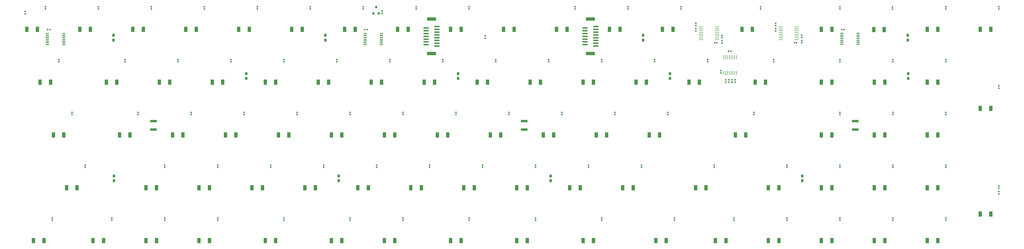
<source format=gbp>
G04*
G04 #@! TF.GenerationSoftware,Altium Limited,Altium Designer,19.1.5 (86)*
G04*
G04 Layer_Color=128*
%FSLAX25Y25*%
%MOIN*%
G70*
G01*
G75*
%ADD58R,0.01962X0.01962*%
%ADD59R,0.04521X0.07474*%
%ADD60R,0.01962X0.01962*%
%ADD61O,0.05112X0.01372*%
%ADD62O,0.06293X0.00978*%
%ADD63O,0.00978X0.06293*%
%ADD64R,0.09442X0.03537*%
%ADD65R,0.03537X0.03931*%
%ADD66R,0.03143X0.03340*%
%ADD67R,0.03143X0.03340*%
%ADD68R,0.07789X0.02356*%
%ADD69R,0.12986X0.04718*%
D58*
X72250Y336250D02*
D03*
X69053D02*
D03*
X521750D02*
D03*
X518553D02*
D03*
X1196903D02*
D03*
X1193707D02*
D03*
X1126670Y317479D02*
D03*
X1129867D02*
D03*
X1013713D02*
D03*
X1016909D02*
D03*
X1033553Y305750D02*
D03*
X1036750D02*
D03*
D59*
X1389825Y74250D02*
D03*
X1404588D02*
D03*
X1314825Y36750D02*
D03*
X1329588D02*
D03*
X1239825D02*
D03*
X1254589D02*
D03*
X1314825Y111750D02*
D03*
X1329588D02*
D03*
X1239825D02*
D03*
X1254588D02*
D03*
X1164825D02*
D03*
X1179588D02*
D03*
X1389825Y224250D02*
D03*
X1404588D02*
D03*
X1314825Y186750D02*
D03*
X1329588D02*
D03*
X1239825D02*
D03*
X1254588D02*
D03*
X1164825D02*
D03*
X1179588D02*
D03*
X1314825Y261750D02*
D03*
X1329588D02*
D03*
X1239825D02*
D03*
X1254588D02*
D03*
X1164825D02*
D03*
X1179588D02*
D03*
X1089825Y111750D02*
D03*
X1104589D02*
D03*
X1164825Y36750D02*
D03*
X1179589D02*
D03*
X1089825D02*
D03*
X1104589D02*
D03*
X1014825D02*
D03*
X1029589D02*
D03*
X930450D02*
D03*
X945214D02*
D03*
X827325D02*
D03*
X842089D02*
D03*
X733575D02*
D03*
X748339D02*
D03*
X639825D02*
D03*
X654589D02*
D03*
X546075D02*
D03*
X560839D02*
D03*
X471075D02*
D03*
X485839D02*
D03*
X377325D02*
D03*
X392089D02*
D03*
X283575D02*
D03*
X298339D02*
D03*
X208575D02*
D03*
X223339D02*
D03*
X133575D02*
D03*
X148339D02*
D03*
X49200D02*
D03*
X63964D02*
D03*
X986700Y111750D02*
D03*
X1001464D02*
D03*
X883575D02*
D03*
X898339D02*
D03*
X808575D02*
D03*
X823339D02*
D03*
X733575D02*
D03*
X748339D02*
D03*
X658575D02*
D03*
X673339D02*
D03*
X583575D02*
D03*
X598339D02*
D03*
X508575D02*
D03*
X523339D02*
D03*
X433575D02*
D03*
X448339D02*
D03*
X358575D02*
D03*
X373339D02*
D03*
X283575D02*
D03*
X298339D02*
D03*
X208575D02*
D03*
X223339D02*
D03*
X96075D02*
D03*
X110839D02*
D03*
X1042950Y186750D02*
D03*
X1057714D02*
D03*
X921075D02*
D03*
X935839D02*
D03*
X846075D02*
D03*
X860839D02*
D03*
X771075D02*
D03*
X785839D02*
D03*
X696075D02*
D03*
X710839D02*
D03*
X621075D02*
D03*
X635839D02*
D03*
X546075D02*
D03*
X560839D02*
D03*
X471075D02*
D03*
X485839D02*
D03*
X396075D02*
D03*
X410839D02*
D03*
X321075D02*
D03*
X335839D02*
D03*
X246075D02*
D03*
X260839D02*
D03*
X171075D02*
D03*
X185839D02*
D03*
X77325D02*
D03*
X92089D02*
D03*
X1071075Y261750D02*
D03*
X1085839D02*
D03*
X977325D02*
D03*
X992089D02*
D03*
X902325D02*
D03*
X917089D02*
D03*
X827325D02*
D03*
X842089D02*
D03*
X752325D02*
D03*
X767089D02*
D03*
X677325D02*
D03*
X692089D02*
D03*
X602325D02*
D03*
X617089D02*
D03*
X527325D02*
D03*
X542089D02*
D03*
X452325D02*
D03*
X467089D02*
D03*
X377325D02*
D03*
X392089D02*
D03*
X302325D02*
D03*
X317089D02*
D03*
X227325D02*
D03*
X242089D02*
D03*
X152325D02*
D03*
X167089D02*
D03*
X58575D02*
D03*
X73339D02*
D03*
X1389825Y336750D02*
D03*
X1404588D02*
D03*
X1314825D02*
D03*
X1329588D02*
D03*
X1239004Y336368D02*
D03*
X1253768D02*
D03*
X1164825Y336750D02*
D03*
X1179588D02*
D03*
X1052325D02*
D03*
X1067089D02*
D03*
X939825D02*
D03*
X954589D02*
D03*
X864825D02*
D03*
X879589D02*
D03*
X789825D02*
D03*
X804589D02*
D03*
X714825D02*
D03*
X729589D02*
D03*
X639825D02*
D03*
X654589D02*
D03*
X564825D02*
D03*
X579589D02*
D03*
X489825D02*
D03*
X504589D02*
D03*
X414825D02*
D03*
X429589D02*
D03*
X339825D02*
D03*
X354589D02*
D03*
X264825D02*
D03*
X279589D02*
D03*
X189825D02*
D03*
X204589D02*
D03*
X114825D02*
D03*
X129589D02*
D03*
X39825D02*
D03*
X54589D02*
D03*
D60*
X37250Y358750D02*
D03*
Y361947D02*
D03*
X542750Y362447D02*
D03*
Y359250D02*
D03*
X1024213Y317282D02*
D03*
Y320479D02*
D03*
X1042750Y264947D02*
D03*
Y261750D02*
D03*
X987213Y345176D02*
D03*
Y341979D02*
D03*
X1038250Y264947D02*
D03*
Y261750D02*
D03*
X1137170Y324979D02*
D03*
Y328176D02*
D03*
X1100170Y334282D02*
D03*
Y337479D02*
D03*
X1024213Y324782D02*
D03*
Y327979D02*
D03*
X987213Y337479D02*
D03*
Y334282D02*
D03*
X1022250Y277947D02*
D03*
Y274750D02*
D03*
X1137170Y317479D02*
D03*
Y320676D02*
D03*
X1100170Y345176D02*
D03*
Y341979D02*
D03*
X1033750Y264947D02*
D03*
Y261750D02*
D03*
X1029250Y264947D02*
D03*
Y261750D02*
D03*
X1416207Y106250D02*
D03*
Y103053D02*
D03*
X1341207Y68750D02*
D03*
Y65553D02*
D03*
X1266207Y68750D02*
D03*
Y65553D02*
D03*
X1341207Y143750D02*
D03*
Y140553D02*
D03*
X1266207Y143750D02*
D03*
Y140553D02*
D03*
X1191207Y143750D02*
D03*
Y140553D02*
D03*
X1416207Y256250D02*
D03*
Y253053D02*
D03*
X1341207Y218750D02*
D03*
Y215553D02*
D03*
X1266207Y218750D02*
D03*
Y215553D02*
D03*
X1191207Y218750D02*
D03*
Y215553D02*
D03*
X1341207Y293750D02*
D03*
Y290553D02*
D03*
X1266207Y293750D02*
D03*
Y290553D02*
D03*
X1191207Y293750D02*
D03*
Y290553D02*
D03*
X1116207Y143750D02*
D03*
Y140553D02*
D03*
X1191207Y68750D02*
D03*
Y65553D02*
D03*
X1116207Y68750D02*
D03*
Y65553D02*
D03*
X1041207Y68750D02*
D03*
Y65553D02*
D03*
X956832Y68750D02*
D03*
Y65553D02*
D03*
X853707Y68750D02*
D03*
Y65553D02*
D03*
X759957Y68750D02*
D03*
Y65553D02*
D03*
X666207Y68750D02*
D03*
Y65553D02*
D03*
X572457Y68750D02*
D03*
Y65553D02*
D03*
X497457Y68750D02*
D03*
Y65553D02*
D03*
X403707Y68750D02*
D03*
Y65553D02*
D03*
X309957Y68750D02*
D03*
Y65553D02*
D03*
X234957Y68750D02*
D03*
Y65553D02*
D03*
X159957Y68750D02*
D03*
Y65553D02*
D03*
X75582Y68750D02*
D03*
Y65553D02*
D03*
X1013082Y143750D02*
D03*
Y140553D02*
D03*
X909957Y143750D02*
D03*
Y140553D02*
D03*
X834957Y143750D02*
D03*
Y140553D02*
D03*
X759957Y143750D02*
D03*
Y140553D02*
D03*
X684957Y143750D02*
D03*
Y140553D02*
D03*
X609957Y143750D02*
D03*
Y140553D02*
D03*
X534957Y143750D02*
D03*
Y140553D02*
D03*
X459957Y143750D02*
D03*
Y140553D02*
D03*
X384957Y143750D02*
D03*
Y140553D02*
D03*
X309957Y143750D02*
D03*
Y140553D02*
D03*
X234957Y143750D02*
D03*
Y140553D02*
D03*
X122457Y143750D02*
D03*
Y140553D02*
D03*
X1069332Y218750D02*
D03*
Y215553D02*
D03*
X947457Y218750D02*
D03*
Y215553D02*
D03*
X872457Y218750D02*
D03*
Y215553D02*
D03*
X797457Y218750D02*
D03*
Y215553D02*
D03*
X722457Y218750D02*
D03*
Y215553D02*
D03*
X647457Y218750D02*
D03*
Y215553D02*
D03*
X572457Y218750D02*
D03*
Y215553D02*
D03*
X497457Y218750D02*
D03*
Y215553D02*
D03*
X422457Y218750D02*
D03*
Y215553D02*
D03*
X347457Y218750D02*
D03*
Y215553D02*
D03*
X272457Y218750D02*
D03*
Y215553D02*
D03*
X197457Y218750D02*
D03*
Y215553D02*
D03*
X103707Y218750D02*
D03*
Y215553D02*
D03*
X1097457Y293750D02*
D03*
Y290553D02*
D03*
X1003707Y293750D02*
D03*
Y290553D02*
D03*
X928707Y293750D02*
D03*
Y290553D02*
D03*
X853707Y293750D02*
D03*
Y290553D02*
D03*
X778707Y293750D02*
D03*
Y290553D02*
D03*
X703707Y293750D02*
D03*
Y290553D02*
D03*
X628707Y293750D02*
D03*
Y290553D02*
D03*
X553707Y293750D02*
D03*
Y290553D02*
D03*
X478707Y293750D02*
D03*
Y290553D02*
D03*
X403707Y293750D02*
D03*
Y290553D02*
D03*
X328707Y293750D02*
D03*
Y290553D02*
D03*
X253707Y293750D02*
D03*
Y290553D02*
D03*
X178707Y293750D02*
D03*
Y290553D02*
D03*
X84957Y293750D02*
D03*
Y290553D02*
D03*
X1416207Y368750D02*
D03*
Y365553D02*
D03*
X1341207Y368750D02*
D03*
Y365553D02*
D03*
X1265386Y368368D02*
D03*
Y365171D02*
D03*
X1191207Y368750D02*
D03*
Y365553D02*
D03*
X1078707Y368750D02*
D03*
Y365553D02*
D03*
X966207Y368750D02*
D03*
Y365553D02*
D03*
X891207Y368750D02*
D03*
Y365553D02*
D03*
X816207Y368750D02*
D03*
Y365553D02*
D03*
X688707Y327250D02*
D03*
Y324053D02*
D03*
X666207Y368750D02*
D03*
Y365553D02*
D03*
X591207Y368750D02*
D03*
Y365553D02*
D03*
X516207Y368750D02*
D03*
Y365553D02*
D03*
X441207Y368750D02*
D03*
Y365553D02*
D03*
X366207Y368750D02*
D03*
Y365553D02*
D03*
X291207Y368750D02*
D03*
Y365553D02*
D03*
X216207Y368750D02*
D03*
Y365553D02*
D03*
X141207Y368750D02*
D03*
Y365553D02*
D03*
X66207Y368750D02*
D03*
Y365553D02*
D03*
X1416207Y114000D02*
D03*
Y110803D02*
D03*
D61*
X91978Y330250D02*
D03*
Y327691D02*
D03*
Y325132D02*
D03*
Y322573D02*
D03*
Y320014D02*
D03*
Y317455D02*
D03*
Y314896D02*
D03*
X68750Y330250D02*
D03*
Y327691D02*
D03*
Y325132D02*
D03*
Y322573D02*
D03*
Y320014D02*
D03*
Y317455D02*
D03*
Y314896D02*
D03*
X541864Y330427D02*
D03*
Y327868D02*
D03*
Y325309D02*
D03*
Y322750D02*
D03*
Y320191D02*
D03*
Y317632D02*
D03*
Y315073D02*
D03*
X518636Y330427D02*
D03*
Y327868D02*
D03*
Y325309D02*
D03*
Y322750D02*
D03*
Y320191D02*
D03*
Y317632D02*
D03*
Y315073D02*
D03*
X1216821Y330927D02*
D03*
Y328368D02*
D03*
Y325809D02*
D03*
Y323250D02*
D03*
Y320691D02*
D03*
Y318132D02*
D03*
Y315573D02*
D03*
X1193592Y330927D02*
D03*
Y328368D02*
D03*
Y325809D02*
D03*
Y323250D02*
D03*
Y320691D02*
D03*
Y318132D02*
D03*
Y315573D02*
D03*
D62*
X1129898Y339913D02*
D03*
Y337354D02*
D03*
Y334795D02*
D03*
Y332236D02*
D03*
Y329677D02*
D03*
Y327118D02*
D03*
Y324559D02*
D03*
Y322000D02*
D03*
X1107457Y339913D02*
D03*
Y337354D02*
D03*
Y334795D02*
D03*
Y332236D02*
D03*
Y329677D02*
D03*
Y327118D02*
D03*
Y324559D02*
D03*
Y322000D02*
D03*
X1016941Y339913D02*
D03*
Y337354D02*
D03*
Y334795D02*
D03*
Y332236D02*
D03*
Y329677D02*
D03*
Y327118D02*
D03*
Y324559D02*
D03*
Y322000D02*
D03*
X994500Y339913D02*
D03*
Y337354D02*
D03*
Y334795D02*
D03*
Y332236D02*
D03*
Y329677D02*
D03*
Y327118D02*
D03*
Y324559D02*
D03*
Y322000D02*
D03*
D63*
X1044685Y274522D02*
D03*
X1042126D02*
D03*
X1039567D02*
D03*
X1037007D02*
D03*
X1034448D02*
D03*
X1031889D02*
D03*
X1029330D02*
D03*
X1026771D02*
D03*
X1044685Y296963D02*
D03*
X1042126D02*
D03*
X1039567D02*
D03*
X1037007D02*
D03*
X1034448D02*
D03*
X1031889D02*
D03*
X1029330D02*
D03*
X1026771D02*
D03*
D64*
X1212707Y194344D02*
D03*
Y206156D02*
D03*
X219000Y194344D02*
D03*
Y206156D02*
D03*
X744000Y194344D02*
D03*
Y206156D02*
D03*
D65*
X781500Y128250D02*
D03*
Y121557D02*
D03*
X950250Y273596D02*
D03*
Y266904D02*
D03*
X1137707Y128250D02*
D03*
Y121557D02*
D03*
X1287707Y273596D02*
D03*
Y266904D02*
D03*
X163000Y128250D02*
D03*
Y121557D02*
D03*
X350250Y273596D02*
D03*
Y266904D02*
D03*
X481500Y128250D02*
D03*
Y121557D02*
D03*
X650250Y273596D02*
D03*
Y266904D02*
D03*
X162500Y328096D02*
D03*
Y321404D02*
D03*
X462500Y328096D02*
D03*
Y321404D02*
D03*
X912250Y328096D02*
D03*
Y321404D02*
D03*
X1287207Y328096D02*
D03*
Y321404D02*
D03*
D66*
X537990Y359124D02*
D03*
X534250Y368376D02*
D03*
D67*
X530510Y359124D02*
D03*
D68*
X620358Y312878D02*
D03*
Y320752D02*
D03*
Y316815D02*
D03*
Y328626D02*
D03*
Y324689D02*
D03*
Y336500D02*
D03*
Y332563D02*
D03*
X829925Y318783D02*
D03*
Y326658D02*
D03*
Y334531D02*
D03*
X845358Y312878D02*
D03*
Y320752D02*
D03*
Y316815D02*
D03*
Y328626D02*
D03*
Y324689D02*
D03*
Y336500D02*
D03*
Y332563D02*
D03*
X620358Y340437D02*
D03*
X829925Y330594D02*
D03*
Y322721D02*
D03*
Y314846D02*
D03*
Y338469D02*
D03*
X845358Y340437D02*
D03*
X604925Y318783D02*
D03*
Y326658D02*
D03*
Y334531D02*
D03*
Y330594D02*
D03*
Y322721D02*
D03*
Y314846D02*
D03*
Y338469D02*
D03*
D69*
X612641Y302221D02*
D03*
Y351095D02*
D03*
X837641Y302221D02*
D03*
Y351095D02*
D03*
M02*

</source>
